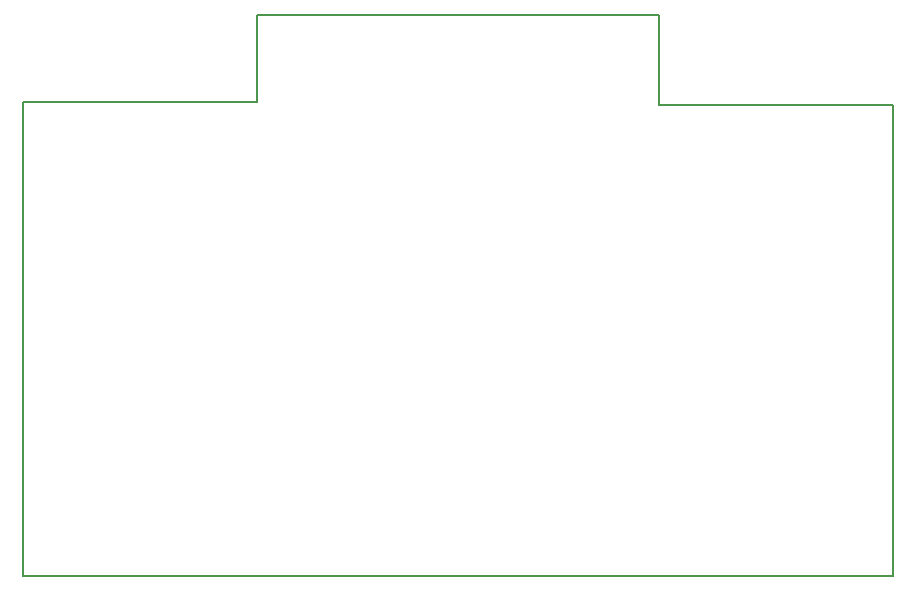
<source format=gbr>
%TF.GenerationSoftware,KiCad,Pcbnew,(6.0.8)*%
%TF.CreationDate,2023-08-07T17:47:41+10:00*%
%TF.ProjectId,REDPITAYA-BRK,52454450-4954-4415-9941-2d42524b2e6b,rev?*%
%TF.SameCoordinates,Original*%
%TF.FileFunction,Profile,NP*%
%FSLAX46Y46*%
G04 Gerber Fmt 4.6, Leading zero omitted, Abs format (unit mm)*
G04 Created by KiCad (PCBNEW (6.0.8)) date 2023-08-07 17:47:41*
%MOMM*%
%LPD*%
G01*
G04 APERTURE LIST*
%TA.AperFunction,Profile*%
%ADD10C,0.200000*%
%TD*%
G04 APERTURE END LIST*
D10*
X96520000Y-31242000D02*
X96520000Y-71374000D01*
X170180000Y-71374000D02*
X170180000Y-31496000D01*
X96520000Y-71374000D02*
X170180000Y-71374000D01*
X116332000Y-23876000D02*
X116332000Y-31242000D01*
X96520000Y-31242000D02*
X116332000Y-31242000D01*
X150368000Y-23876000D02*
X116332000Y-23876000D01*
X150368000Y-31496000D02*
X170180000Y-31496000D01*
X150368000Y-23876000D02*
X150368000Y-31496000D01*
M02*

</source>
